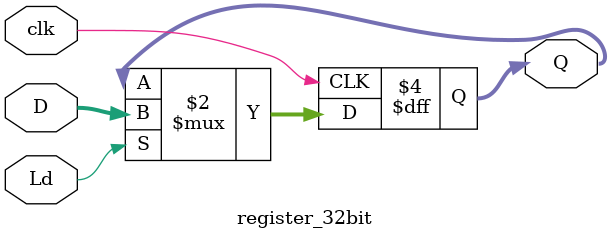
<source format=v>

`include "src/decoders.v"
// `include "src/muxes.v"

module register_file (output [31:0] PA, PB, PD, input [31:0] PW,  input [4:0] RW, RA, RB, RD, input LE, clk);
    //Outputs: Puertos A, B y D
    //Inputs: Puerto de Entrada (PW), RW (Write Register) y LE (BinaryDecoder Selector y "load"), 
    //RA, RB y RD  (Selectors de multiplexers a la salida), y clk (Clock)

    //Wires
    wire [31:0] E;
    wire [31:0] Q0, Q1, Q2, Q3, Q4, Q5, Q6, Q7, Q8, Q9, Q10, Q11, Q12, Q13, Q14, Q15, 
    Q16, Q17, Q18, Q19, Q20, Q21, Q22, Q23, Q24, Q25, Q26, Q27, Q28, Q29, Q30, Q31;

    //Instanciando módulos:

    //Binary Decoder for RA,RB,RD
    binaryDecoder bdecoder (E, RW, LE);

    //Los multiplexers a continuacion cogen valor almacenado en el registro 
    //correspondiente y lo envian a las salidas de los registros:

    //Multiplexer for PA register
    mux_32bit mux_32x1A (PA, RA, 32'b0, Q1, Q2, Q3, Q4, Q5, Q6, Q7, Q8, Q9,
                    Q10, Q11, Q12, Q13, Q14, Q15, Q16, Q17, Q18, Q19, Q20, Q21, Q22, 
                    Q23, Q24, Q25, Q26, Q27, Q28, Q29, Q30, Q31);
    //Multiplexer for PB register
    mux_32bit mux_32x1B (PB, RB, 32'b0, Q1, Q2, Q3, Q4, Q5, Q6, Q7, Q8, Q9,
                    Q10, Q11, Q12, Q13, Q14, Q15, Q16, Q17, Q18, Q19, Q20, Q21, Q22, 
                    Q23, Q24, Q25, Q26, Q27, Q28, Q29, Q30, Q31);
    //Multiplexer for PD register
    mux_32bit mux_32x1D (PD, RD, 32'b0, Q1, Q2, Q3, Q4, Q5, Q6, Q7, Q8, Q9,
                    Q10, Q11, Q12, Q13, Q14, Q15, Q16, Q17, Q18, Q19, Q20, Q21, Q22, 
                    Q23, Q24, Q25, Q26, Q27, Q28, Q29, Q30, Q31);                
   
    
    //Insanciando registros del 0 al 31
    register_32bit R0 (Q0, PW, clk, E[0]);
    register_32bit R1 (Q1, PW, clk, E[1]);
    register_32bit R2 (Q2, PW, clk, E[2]);
    register_32bit R3 (Q3, PW, clk, E[3]);
    register_32bit R4 (Q4, PW, clk, E[4]);
    register_32bit R5 (Q5, PW, clk, E[5]);
    register_32bit R6 (Q6, PW, clk, E[6]);
    register_32bit R7 (Q7, PW, clk, E[7]);
    register_32bit R8 (Q8, PW, clk, E[8]);
    register_32bit R9 (Q9, PW, clk, E[9]);
    register_32bit R10 (Q10, PW, clk, E[10]);
    register_32bit R11 (Q11, PW, clk, E[11]);
    register_32bit R12 (Q12, PW, clk, E[12]);
    register_32bit R13 (Q13, PW, clk, E[13]);
    register_32bit R14 (Q14, PW, clk, E[14]);
    register_32bit R15 (Q15, PW, clk, E[15]);
    register_32bit R16 (Q16, PW, clk, E[16]);
    register_32bit R17 (Q17, PW, clk, E[17]);
    register_32bit R18 (Q18, PW, clk, E[18]);
    register_32bit R19 (Q19, PW, clk, E[19]);
    register_32bit R20 (Q20, PW, clk, E[20]);
    register_32bit R21 (Q21, PW, clk, E[21]);
    register_32bit R22 (Q22, PW, clk, E[22]);
    register_32bit R23 (Q23, PW, clk, E[23]);
    register_32bit R24 (Q24, PW, clk, E[24]);
    register_32bit R25 (Q25, PW, clk, E[25]);
    register_32bit R26 (Q26, PW, clk, E[26]);
    register_32bit R27 (Q27, PW, clk, E[27]);
    register_32bit R28 (Q28, PW, clk, E[28]);
    register_32bit R29 (Q29, PW, clk, E[29]);
    register_32bit R30 (Q30, PW, clk, E[30]);
    register_32bit R31 (Q31, PW, clk, E[31]);
endmodule

//-----------------Modules that will be instantiated in the file------------------------------//

//MULTIPLEXOR 32X1 - S and R0-R31 are 32bit inputs. Y is a 32bit output.
//A case for S is used to select one of the R0-R31 and assign the output to Y.
//We will be instantiating three of them due to it being a three port register file.

module mux_32bit (output reg [31:0] Y, input [4:0] S, 
input [31:0] R0, R1, R2, R3, R4, R5, R6, R7, R8, R9, R10, R11, R12, R13, R14, R15,
R16, R17, R18, R19, R20, R21, R22, R23, R24, R25, R26, R27, R28, R29, R30, R31);
    
    always @ (*)
    begin
    case (S)
    5'b00000: Y = R0;
    5'b00001: Y = R1;
    5'b00010: Y = R2;
    5'b00011: Y = R3;
    5'b00100: Y = R4;
    5'b00101: Y = R5;
    5'b00110: Y = R6;
    5'b00111: Y = R7;
    5'b01000: Y = R8;
    5'b01001: Y = R9;
    5'b01010: Y = R10;
    5'b01011: Y = R11;
    5'b01100: Y = R12;
    5'b01101: Y = R13;
    5'b01110: Y = R14;
    5'b01111: Y = R15;
    5'b10000: Y = R16;
    5'b10001: Y = R17;
    5'b10010: Y = R18;
    5'b10011: Y = R19;
    5'b10100: Y = R20;
    5'b10101: Y = R21;
    5'b10110: Y = R22;
    5'b10111: Y = R23;
    5'b11000: Y = R24;
    5'b11001: Y = R25;
    5'b11010: Y = R26;
    5'b11011: Y = R27;
    5'b11100: Y = R28;
    5'b11101: Y = R29;
    5'b11110: Y = R30;
    5'b11111: Y = R31;
    endcase
    end
endmodule

//REGISTER - The register takes care of charging the data in D to the Q output register.
//Ld signal will indicate the register that isn't 0 and make Q the output for the bits in the register.
//clk is the clock that syncs the register with the rest.

module register_32bit (output reg [31:0] Q, input [31:0] D, input clk, Ld);
    always @ (posedge clk)
        if(Ld) Q <= D;
endmodule

// Three Port Register File

// Reading:

// El contenido de un registro se coloca en un puerto de salida P cuando el número de registro se especifica 
// en su correspondiente entrada de selección de registro R. Esta acción se lleva a cabo tan pronto como el 
// número de registro se coloca en la entrada R correspondiente (es una acción asíncrona).

// Writing:

// Un número colocado en PW se escribirá en el registro especificado por la entrada RW, si y solo si, LE = 1 y 
// el borde ascendente del reloj toma ritmo (esta es una acción sincrónica).

// RA, RB, RC y RW son números de 5 bits PA, PB, PC y PW son números de 32 bits
</source>
